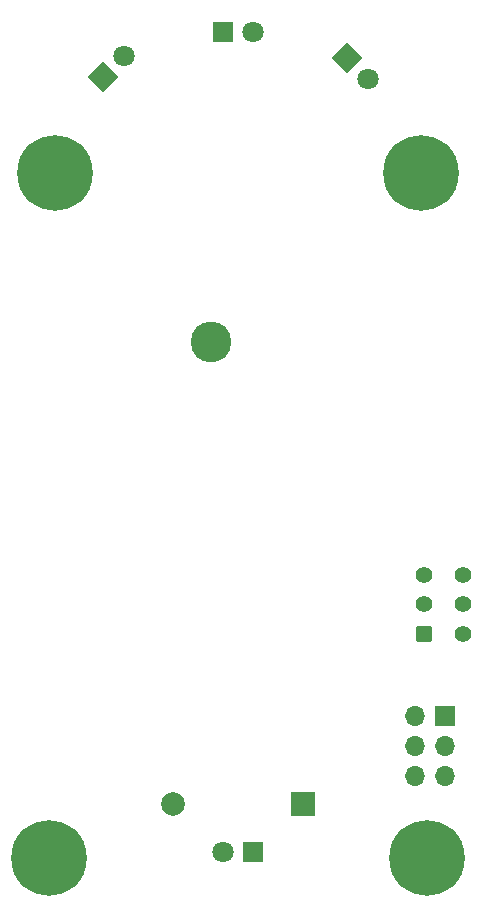
<source format=gbr>
%TF.GenerationSoftware,KiCad,Pcbnew,9.0.0*%
%TF.CreationDate,2025-11-26T08:39:50+02:00*%
%TF.ProjectId,Start_Stop_Remote,53746172-745f-4537-946f-705f52656d6f,rev?*%
%TF.SameCoordinates,Original*%
%TF.FileFunction,Soldermask,Bot*%
%TF.FilePolarity,Negative*%
%FSLAX46Y46*%
G04 Gerber Fmt 4.6, Leading zero omitted, Abs format (unit mm)*
G04 Created by KiCad (PCBNEW 9.0.0) date 2025-11-26 08:39:50*
%MOMM*%
%LPD*%
G01*
G04 APERTURE LIST*
G04 Aperture macros list*
%AMRoundRect*
0 Rectangle with rounded corners*
0 $1 Rounding radius*
0 $2 $3 $4 $5 $6 $7 $8 $9 X,Y pos of 4 corners*
0 Add a 4 corners polygon primitive as box body*
4,1,4,$2,$3,$4,$5,$6,$7,$8,$9,$2,$3,0*
0 Add four circle primitives for the rounded corners*
1,1,$1+$1,$2,$3*
1,1,$1+$1,$4,$5*
1,1,$1+$1,$6,$7*
1,1,$1+$1,$8,$9*
0 Add four rect primitives between the rounded corners*
20,1,$1+$1,$2,$3,$4,$5,0*
20,1,$1+$1,$4,$5,$6,$7,0*
20,1,$1+$1,$6,$7,$8,$9,0*
20,1,$1+$1,$8,$9,$2,$3,0*%
%AMRotRect*
0 Rectangle, with rotation*
0 The origin of the aperture is its center*
0 $1 length*
0 $2 width*
0 $3 Rotation angle, in degrees counterclockwise*
0 Add horizontal line*
21,1,$1,$2,0,0,$3*%
G04 Aperture macros list end*
%ADD10C,0.800000*%
%ADD11C,6.400000*%
%ADD12RoundRect,0.250000X0.450000X-0.450000X0.450000X0.450000X-0.450000X0.450000X-0.450000X-0.450000X0*%
%ADD13C,1.400000*%
%ADD14R,1.800000X1.800000*%
%ADD15C,1.800000*%
%ADD16R,1.700000X1.700000*%
%ADD17O,1.700000X1.700000*%
%ADD18RotRect,1.800000X1.800000X45.000000*%
%ADD19C,3.450000*%
%ADD20R,2.000000X2.000000*%
%ADD21C,2.000000*%
%ADD22RotRect,1.800000X1.800000X315.000000*%
G04 APERTURE END LIST*
D10*
%TO.C,H1*%
X7100000Y-18000000D03*
X7802944Y-16302944D03*
X7802944Y-19697056D03*
X9500000Y-15600000D03*
D11*
X9500000Y-18000000D03*
D10*
X9500000Y-20400000D03*
X11197056Y-16302944D03*
X11197056Y-19697056D03*
X11900000Y-18000000D03*
%TD*%
%TO.C,H3*%
X6600000Y-76000000D03*
X7302944Y-74302944D03*
X7302944Y-77697056D03*
X9000000Y-73600000D03*
D11*
X9000000Y-76000000D03*
D10*
X9000000Y-78400000D03*
X10697056Y-74302944D03*
X10697056Y-77697056D03*
X11400000Y-76000000D03*
%TD*%
D12*
%TO.C,SW6*%
X40700000Y-57000000D03*
D13*
X40700000Y-54500000D03*
X40700000Y-52000000D03*
X44000000Y-52000000D03*
X44000000Y-54500000D03*
X44000000Y-57000000D03*
%TD*%
D10*
%TO.C,H2*%
X38100000Y-18000000D03*
X38802944Y-16302944D03*
X38802944Y-19697056D03*
X40500000Y-15600000D03*
D11*
X40500000Y-18000000D03*
D10*
X40500000Y-20400000D03*
X42197056Y-16302944D03*
X42197056Y-19697056D03*
X42900000Y-18000000D03*
%TD*%
%TO.C,H4*%
X38600000Y-76000000D03*
X39302944Y-74302944D03*
X39302944Y-77697056D03*
X41000000Y-73600000D03*
D11*
X41000000Y-76000000D03*
D10*
X41000000Y-78400000D03*
X42697056Y-74302944D03*
X42697056Y-77697056D03*
X43400000Y-76000000D03*
%TD*%
D14*
%TO.C,D12*%
X26275000Y-75475000D03*
D15*
X23735000Y-75475000D03*
%TD*%
D14*
%TO.C,D10*%
X23725000Y-6025000D03*
D15*
X26265000Y-6025000D03*
%TD*%
D16*
%TO.C,J1*%
X42540000Y-63920000D03*
D17*
X40000000Y-63920000D03*
X42540000Y-66460000D03*
X40000000Y-66460000D03*
X42540000Y-69000000D03*
X40000000Y-69000000D03*
%TD*%
D18*
%TO.C,D9*%
X13565864Y-9868987D03*
D15*
X15361915Y-8072936D03*
%TD*%
D19*
%TO.C,BT1*%
X22650000Y-32290000D03*
D20*
X30500000Y-71400000D03*
D21*
X19500000Y-71400000D03*
%TD*%
D22*
%TO.C,D11*%
X34203949Y-8203949D03*
D15*
X36000000Y-10000000D03*
%TD*%
M02*

</source>
